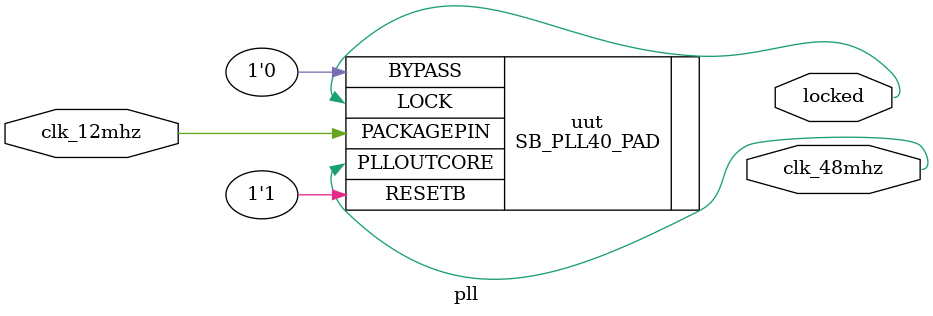
<source format=v>
/**
 * PLL configuration
 *
 * This Verilog module was generated automatically
 * using the icepll tool from the IceStorm project.
 * Use at your own risk.
 *
 * Given input frequency:        12.000 MHz
 * Requested output frequency:   48.000 MHz
 * Achieved output frequency:    48.000 MHz
 */

module pll(
	input  clk_12mhz,
	output clk_48mhz,
	output locked
	);

SB_PLL40_PAD #(
		.FEEDBACK_PATH("SIMPLE"),
		.DIVR(4'b0000),		// DIVR =  0
		.DIVF(7'b0111111),	// DIVF = 63
		.DIVQ(3'b100),		// DIVQ =  4
		.FILTER_RANGE(3'b001)	// FILTER_RANGE = 1
	) uut (
		.LOCK(locked),
		.RESETB(1'b1),
		.BYPASS(1'b0),
		.PACKAGEPIN(clk_12mhz),
		.PLLOUTCORE(clk_48mhz)
		);

endmodule

</source>
